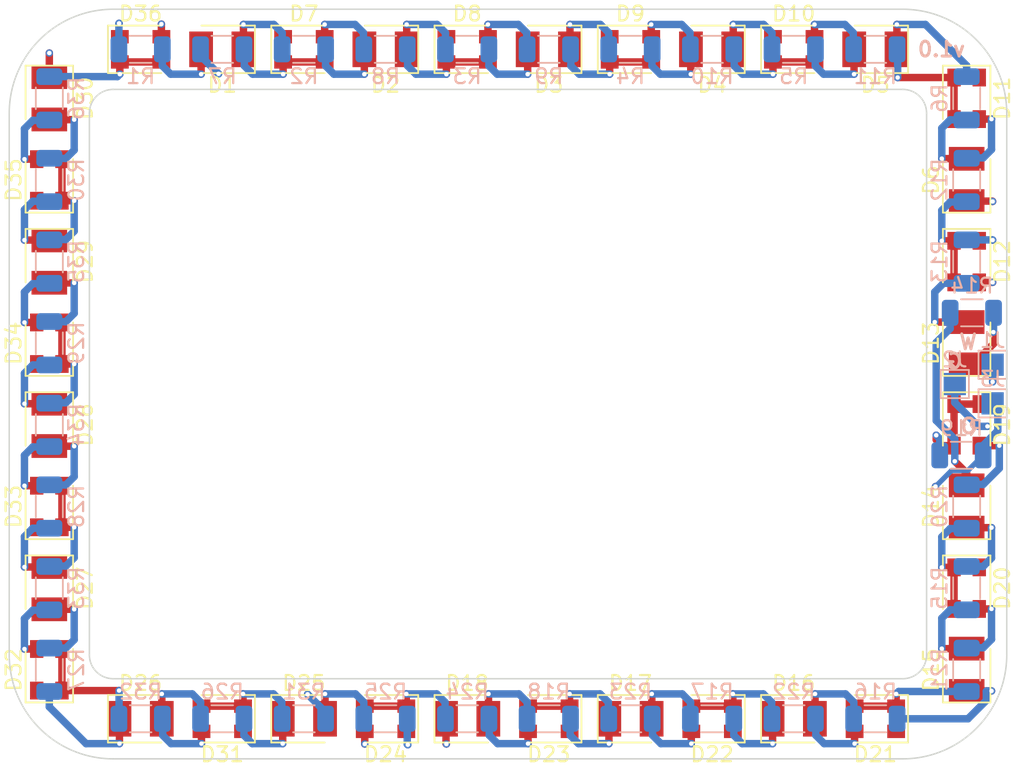
<source format=kicad_pcb>
(kicad_pcb (version 20221018) (generator pcbnew)
  (title_block (title "Combined DRL and turn indicator ring light") (date "2023-07-18") (rev "1.0") (company "xatLabs") (comment 1 "Julian Metzler"))
  (layers (0 "F.Cu" signal) (1 "In1.Cu" signal) (2 "In2.Cu" signal) (31 "B.Cu" signal) (34 "B.Paste" user) (35 "F.Paste" user) (36 "B.SilkS" user "B.Silkscreen") (37 "F.SilkS" user "F.Silkscreen") (38 "B.Mask" user) (39 "F.Mask" user) (44 "Edge.Cuts" user))
  (net 0 "")
  (net 1 "Net-(D1-K)")
  (net 2 "Net-(D1-A)")
  (net 3 "Net-(D2-K)")
  (net 4 "Net-(D2-A)")
  (net 5 "Net-(D3-A)")
  (net 6 "Net-(D4-K)")
  (net 7 "Net-(D4-A)")
  (net 8 "Net-(D5-K)")
  (net 9 "Net-(D5-A)")
  (net 10 "Net-(D6-A)")
  (net 11 "Net-(D7-K)")
  (net 12 "Net-(D7-A)")
  (net 13 "Net-(D8-K)")
  (net 14 "Net-(D8-A)")
  (net 15 "Net-(D9-A)")
  (net 16 "Net-(D10-K)")
  (net 17 "Net-(D10-A)")
  (net 18 "Net-(D11-K)")
  (net 19 "Net-(D11-A)")
  (net 20 "Net-(D12-A)")
  (net 21 "Net-(D13-K)")
  (net 22 "Net-(D13-A)")
  (net 23 "Net-(D14-K)")
  (net 24 "Net-(D14-A)")
  (net 25 "Net-(D15-A)")
  (net 26 "Net-(D16-K)")
  (net 27 "Net-(D16-A)")
  (net 28 "Net-(D17-K)")
  (net 29 "Net-(D17-A)")
  (net 30 "Net-(D18-A)")
  (net 31 "Net-(D19-K)")
  (net 32 "Net-(D19-A)")
  (net 33 "Net-(D20-K)")
  (net 34 "Net-(D20-A)")
  (net 35 "Net-(D21-A)")
  (net 36 "Net-(D22-K)")
  (net 37 "Net-(D22-A)")
  (net 38 "Net-(D23-K)")
  (net 39 "Net-(D23-A)")
  (net 40 "Net-(D24-A)")
  (net 41 "Net-(D25-K)")
  (net 42 "Net-(D25-A)")
  (net 43 "Net-(D26-K)")
  (net 44 "Net-(D26-A)")
  (net 45 "Net-(D27-A)")
  (net 46 "Net-(D28-K)")
  (net 47 "Net-(D28-A)")
  (net 48 "Net-(D29-K)")
  (net 49 "Net-(D29-A)")
  (net 50 "Net-(D30-A)")
  (net 51 "Net-(D31-K)")
  (net 52 "Net-(D31-A)")
  (net 53 "Net-(D32-K)")
  (net 54 "Net-(D32-A)")
  (net 55 "Net-(D33-A)")
  (net 56 "Net-(D34-K)")
  (net 57 "Net-(D34-A)")
  (net 58 "Net-(D35-K)")
  (net 59 "Net-(D35-A)")
  (net 60 "Net-(D36-A)")
  (net 61 "GND")
  (net 62 "VCCW")
  (net 63 "VCCO")
  (net 64 "Net-(D3-K)")
  (net 65 "Net-(D9-K)")
  (net 66 "Net-(D15-K)")
  (net 67 "Net-(D21-K)")
  (net 68 "Net-(D27-K)")
  (net 69 "Net-(D33-K)")
  (footprint "custom:LED_3528_4pin" (layer "F.Cu") (at 69.1 86.3 90)
    (fp_text reference "D35")
    (fp_text value "orange")
  )
  (footprint "custom:LED_3528_2pin" (layer "F.Cu") (at 69.1 80.8 -90)
    (fp_text reference "D30")
    (fp_text value "white")
  )
  (footprint "custom:LED_3528_4pin" (layer "F.Cu") (at 80.75 122.6 180)
    (fp_text reference "D31")
    (fp_text value "orange")
  )
  (footprint "custom:LED_3528_2pin" (layer "F.Cu") (at 80.75 77.5 180)
    (fp_text reference "D1")
    (fp_text value "white")
  )
  (footprint "custom:LED_3528_4pin" (layer "F.Cu") (at 69.1 108.3 90)
    (fp_text reference "D33")
    (fp_text value "orange")
  )
  (footprint "custom:LED_3528_4pin" (layer "F.Cu") (at 69.1 119.3 90)
    (fp_text reference "D32")
    (fp_text value "orange")
  )
  (footprint "custom:LED_3528_2pin" (layer "F.Cu") (at 124.75 77.5 180)
    (fp_text reference "D5")
    (fp_text value "white")
  )
  (footprint "custom:LED_3528_4pin" (layer "F.Cu") (at 69.1 97.3 90)
    (fp_text reference "D34")
    (fp_text value "orange")
  )
  (footprint "custom:LED_3528_2pin" (layer "F.Cu") (at 108.25 122.6)
    (fp_text reference "D17")
    (fp_text value "white")
  )
  (footprint "custom:LED_3528_4pin" (layer "F.Cu") (at 130.9 102.8 -90)
    (fp_text reference "D19")
    (fp_text value "orange")
  )
  (footprint "custom:LED_3528_4pin" (layer "F.Cu") (at 130.9 91.8 -90)
    (fp_text reference "D12")
    (fp_text value "orange")
  )
  (footprint "custom:LED_3528_4pin" (layer "F.Cu") (at 113.75 122.6 180)
    (fp_text reference "D22")
    (fp_text value "orange")
  )
  (footprint "custom:LED_3528_2pin" (layer "F.Cu") (at 69.1 113.8 -90)
    (fp_text reference "D27")
    (fp_text value "white")
  )
  (footprint "custom:LED_3528_2pin" (layer "F.Cu") (at 69.1 91.8 -90)
    (fp_text reference "D29")
    (fp_text value "white")
  )
  (footprint "custom:LED_3528_4pin" (layer "F.Cu") (at 130.9 113.8 -90)
    (fp_text reference "D20")
    (fp_text value "orange")
  )
  (footprint "custom:LED_3528_4pin" (layer "F.Cu") (at 91.75 122.6 180)
    (fp_text reference "D24")
    (fp_text value "orange")
  )
  (footprint "custom:LED_3528_2pin" (layer "F.Cu") (at 91.75 77.5 180)
    (fp_text reference "D2")
    (fp_text value "white")
  )
  (footprint "custom:LED_3528_2pin" (layer "F.Cu") (at 69.1 102.8 -90)
    (fp_text reference "D28")
    (fp_text value "white")
  )
  (footprint "custom:LED_3528_4pin" (layer "F.Cu") (at 130.9 80.8 -90)
    (fp_text reference "D11")
    (fp_text value "orange")
  )
  (footprint "custom:LED_3528_4pin" (layer "F.Cu") (at 102.75 122.6 180)
    (fp_text reference "D23")
    (fp_text value "orange")
  )
  (footprint "custom:LED_3528_4pin" (layer "F.Cu") (at 75.25 77.5)
    (fp_text reference "D36")
    (fp_text value "orange")
  )
  (footprint "custom:LED_3528_2pin" (layer "F.Cu") (at 130.9 119.3 90)
    (fp_text reference "D15")
    (fp_text value "white")
  )
  (footprint "custom:LED_3528_2pin" (layer "F.Cu") (at 130.9 97.3 90)
    (fp_text reference "D13")
    (fp_text value "white")
  )
  (footprint "custom:LED_3528_2pin" (layer "F.Cu") (at 130.9 108.3 90)
    (fp_text reference "D14")
    (fp_text value "white")
  )
  (footprint "custom:LED_3528_4pin" (layer "F.Cu") (at 108.25 77.5)
    (fp_text reference "D9")
    (fp_text value "orange")
  )
  (footprint "custom:LED_3528_2pin" (layer "F.Cu") (at 113.75 77.5 180)
    (fp_text reference "D4")
    (fp_text value "white")
  )
  (footprint "custom:LED_3528_2pin" (layer "F.Cu") (at 119.25 122.6)
    (fp_text reference "D16")
    (fp_text value "white")
  )
  (footprint "custom:LED_3528_2pin" (layer "F.Cu") (at 130.9 86.3 90)
    (fp_text reference "D6")
    (fp_text value "white")
  )
  (footprint "custom:LED_3528_2pin" (layer "F.Cu") (at 97.25 122.6)
    (fp_text reference "D18")
    (fp_text value "white")
  )
  (footprint "custom:LED_3528_2pin" (layer "F.Cu") (at 75.25 122.6)
    (fp_text reference "D26")
    (fp_text value "white")
  )
  (footprint "custom:LED_3528_4pin" (layer "F.Cu") (at 86.25 77.5)
    (fp_text reference "D7")
    (fp_text value "orange")
  )
  (footprint "custom:LED_3528_2pin" (layer "F.Cu") (at 86.25 122.6)
    (fp_text reference "D25")
    (fp_text value "white")
  )
  (footprint "custom:LED_3528_2pin" (layer "F.Cu") (at 102.75 77.5 180)
    (fp_text reference "D3")
    (fp_text value "white")
  )
  (footprint "custom:LED_3528_4pin" (layer "F.Cu") (at 119.25 77.5)
    (fp_text reference "D10")
    (fp_text value "orange")
  )
  (footprint "custom:LED_3528_4pin" (layer "F.Cu") (at 97.25 77.5)
    (fp_text reference "D8")
    (fp_text value "orange")
  )
  (footprint "custom:LED_3528_4pin" (layer "F.Cu") (at 124.75 122.6 180)
    (fp_text reference "D21")
    (fp_text value "orange")
  )
  (footprint "Resistor_SMD:R_1206_3216Metric" (layer "B.Cu") (at 102.75 77.5)
    (fp_text reference "R9")
    (fp_text value "27R")
  )
  (footprint "Resistor_SMD:R_1206_3216Metric" (layer "B.Cu") (at 108.25 77.5)
    (fp_text reference "R4")
    (fp_text value "47R")
  )
  (footprint "Resistor_SMD:R_1206_3216Metric" (layer "B.Cu") (at 97.25 77.5)
    (fp_text reference "R3")
    (fp_text value "47R")
  )
  (footprint "Resistor_SMD:R_1206_3216Metric" (layer "B.Cu") (at 130.9 91.8 -90)
    (fp_text reference "R13")
    (fp_text value "47R")
  )
  (footprint "Resistor_SMD:R_1206_3216Metric" (layer "B.Cu") (at 130.9 80.8 -90)
    (fp_text reference "R6")
    (fp_text value "47R")
  )
  (footprint "TestPoint:TestPoint_Pad_1.5x1.5mm" (layer "B.Cu") (at 130.1 100.05 180)
    (fp_text reference "J2")
    (fp_text value "GND")
  )
  (footprint "Resistor_SMD:R_1206_3216Metric" (layer "B.Cu") (at 69.1 86.3 90)
    (fp_text reference "R30")
    (fp_text value "47R")
  )
  (footprint "Resistor_SMD:R_1206_3216Metric" (layer "B.Cu") (at 86.25 77.5)
    (fp_text reference "R2")
    (fp_text value "47R")
  )
  (footprint "Resistor_SMD:R_1206_3216Metric" (layer "B.Cu") (at 69.1 102.8 90)
    (fp_text reference "R34")
    (fp_text value "27R")
  )
  (footprint "Resistor_SMD:R_1206_3216Metric" (layer "B.Cu") (at 119.25 77.5)
    (fp_text reference "R5")
    (fp_text value "47R")
  )
  (footprint "Resistor_SMD:R_1206_3216Metric" (layer "B.Cu") (at 97.25 122.6 180)
    (fp_text reference "R24")
    (fp_text value "27R")
  )
  (footprint "Resistor_SMD:R_1206_3216Metric" (layer "B.Cu") (at 80.75 122.6 180)
    (fp_text reference "R26")
    (fp_text value "47R")
  )
  (footprint "Resistor_SMD:R_1206_3216Metric" (layer "B.Cu") (at 124.75 77.5)
    (fp_text reference "R11")
    (fp_text value "27R")
  )
  (footprint "Resistor_SMD:R_1206_3216Metric" (layer "B.Cu") (at 131.25 95.25 180)
    (fp_text reference "R14")
    (fp_text value "47R")
  )
  (footprint "Resistor_SMD:R_1206_3216Metric" (layer "B.Cu") (at 69.1 119.3 90)
    (fp_text reference "R27")
    (fp_text value "47R")
  )
  (footprint "Resistor_SMD:R_1206_3216Metric" (layer "B.Cu") (at 102.75 122.6 180)
    (fp_text reference "R18")
    (fp_text value "47R")
  )
  (footprint "Resistor_SMD:R_1206_3216Metric" (layer "B.Cu") (at 69.1 91.8 90)
    (fp_text reference "R35")
    (fp_text value "27R")
  )
  (footprint "Resistor_SMD:R_1206_3216Metric" (layer "B.Cu") (at 130.9 113.8 -90)
    (fp_text reference "R15")
    (fp_text value "47R")
  )
  (footprint "Resistor_SMD:R_1206_3216Metric" (layer "B.Cu") (at 130.9 86.3 -90)
    (fp_text reference "R12")
    (fp_text value "27R")
  )
  (footprint "TestPoint:TestPoint_Pad_1.5x1.5mm" (layer "B.Cu") (at 132.65 98.75 180)
    (fp_text reference "J1")
    (fp_text value "VCCW")
  )
  (footprint "Resistor_SMD:R_1206_3216Metric" (layer "B.Cu") (at 130.9 108.3 -90)
    (fp_text reference "R20")
    (fp_text value "27R")
  )
  (footprint "Resistor_SMD:R_1206_3216Metric" (layer "B.Cu") (at 91.75 122.6 180)
    (fp_text reference "R25")
    (fp_text value "47R")
  )
  (footprint "Resistor_SMD:R_1206_3216Metric" (layer "B.Cu") (at 108.25 122.6 180)
    (fp_text reference "R23")
    (fp_text value "27R")
  )
  (footprint "TestPoint:TestPoint_Pad_1.5x1.5mm" (layer "B.Cu") (at 132.65 101.35 180)
    (fp_text reference "J3")
    (fp_text value "VCCO")
  )
  (footprint "Resistor_SMD:R_1206_3216Metric" (layer "B.Cu") (at 130.9 119.3 -90)
    (fp_text reference "R21")
    (fp_text value "27R")
  )
  (footprint "Resistor_SMD:R_1206_3216Metric" (layer "B.Cu") (at 69.1 80.8 90)
    (fp_text reference "R36")
    (fp_text value "27R")
  )
  (footprint "Resistor_SMD:R_1206_3216Metric" (layer "B.Cu") (at 80.75 77.5)
    (fp_text reference "R7")
    (fp_text value "27R")
  )
  (footprint "Resistor_SMD:R_1206_3216Metric" (layer "B.Cu") (at 91.75 77.5)
    (fp_text reference "R8")
    (fp_text value "27R")
  )
  (footprint "Resistor_SMD:R_1206_3216Metric" (layer "B.Cu") (at 75.25 77.5)
    (fp_text reference "R1")
    (fp_text value "47R")
  )
  (footprint "Resistor_SMD:R_1206_3216Metric" (layer "B.Cu") (at 75.25 122.6 180)
    (fp_text reference "R32")
    (fp_text value "27R")
  )
  (footprint "Resistor_SMD:R_1206_3216Metric" (layer "B.Cu") (at 124.75 122.6 180)
    (fp_text reference "R16")
    (fp_text value "47R")
  )
  (footprint "Resistor_SMD:R_1206_3216Metric" (layer "B.Cu") (at 119.25 122.6 180)
    (fp_text reference "R22")
    (fp_text value "27R")
  )
  (footprint "Resistor_SMD:R_1206_3216Metric" (layer "B.Cu") (at 69.1 97.3 90)
    (fp_text reference "R29")
    (fp_text value "47R")
  )
  (footprint "Resistor_SMD:R_1206_3216Metric" (layer "B.Cu") (at 113.75 122.6 180)
    (fp_text reference "R17")
    (fp_text value "47R")
  )
  (footprint "Resistor_SMD:R_1206_3216Metric" (layer "B.Cu") (at 86.25 122.6 180)
    (fp_text reference "R31")
    (fp_text value "27R")
  )
  (footprint "Resistor_SMD:R_1206_3216Metric" (layer "B.Cu") (at 69.1 113.8 90)
    (fp_text reference "R33")
    (fp_text value "27R")
  )
  (footprint "Resistor_SMD:R_1206_3216Metric" (layer "B.Cu") (at 69.1 108.3 90)
    (fp_text reference "R28")
    (fp_text value "47R")
  )
  (footprint "Resistor_SMD:R_1206_3216Metric" (layer "B.Cu") (at 113.75 77.5)
    (fp_text reference "R10")
    (fp_text value "27R")
  )
  (footprint "Resistor_SMD:R_1206_3216Metric" (layer "B.Cu") (at 130.55 104.85 180)
    (fp_text reference "R19")
    (fp_text value "27R")
  )
  (gr_arc (start 133.6 118.3) (mid 131.549747 123.249747) (end 126.6 125.3) (stroke (width 0.1)) (layer "Edge.Cuts"))
  (gr_line (start 133.6 81.8) (end 133.6 118.3) (stroke (width 0.1)) (layer "Edge.Cuts"))
  (gr_arc (start 126.6 80.2) (mid 127.731371 80.668629) (end 128.2 81.8) (stroke (width 0.1)) (layer "Edge.Cuts"))
  (gr_arc (start 128.2 118.3) (mid 127.731371 119.431371) (end 126.6 119.9) (stroke (width 0.1)) (layer "Edge.Cuts"))
  (gr_arc (start 73.4 125.3) (mid 68.450253 123.249747) (end 66.4 118.3) (stroke (width 0.1)) (layer "Edge.Cuts"))
  (gr_arc (start 126.6 74.8) (mid 131.549747 76.850253) (end 133.6 81.8) (stroke (width 0.1)) (layer "Edge.Cuts"))
  (gr_line (start 126.6 125.3) (end 73.4 125.3) (stroke (width 0.1)) (layer "Edge.Cuts"))
  (gr_line (start 73.4 80.2) (end 126.6 80.2) (stroke (width 0.1)) (layer "Edge.Cuts"))
  (gr_line (start 128.2 81.8) (end 128.2 118.3) (stroke (width 0.1)) (layer "Edge.Cuts"))
  (gr_arc (start 66.4 81.8) (mid 68.450253 76.850253) (end 73.4 74.8) (stroke (width 0.1)) (layer "Edge.Cuts"))
  (gr_line (start 126.6 119.9) (end 73.4 119.9) (stroke (width 0.1)) (layer "Edge.Cuts"))
  (gr_line (start 71.8 118.3) (end 71.8 81.8) (stroke (width 0.1)) (layer "Edge.Cuts"))
  (gr_arc (start 71.8 81.8) (mid 72.268629 80.668629) (end 73.4 80.2) (stroke (width 0.1)) (layer "Edge.Cuts"))
  (gr_arc (start 73.4 119.9) (mid 72.268629 119.431371) (end 71.8 118.3) (stroke (width 0.1)) (layer "Edge.Cuts"))
  (gr_line (start 73.4 74.8) (end 126.6 74.8) (stroke (width 0.1)) (layer "Edge.Cuts"))
  (gr_line (start 66.4 118.3) (end 66.4 81.8) (stroke (width 0.1)) (layer "Edge.Cuts"))
  (gr_text "O" (at 131.7 102.3) (layer "B.SilkS") (effects (font (size 1 1) (thickness 0.2) bold) (justify left top mirror)))
  (gr_text "W" (at 131.7 97.8) (layer "B.SilkS") (effects (font (size 1 1) (thickness 0.2) bold) (justify left bottom mirror)))
  (gr_text "v1.0" (at 129.2 77.5) (layer "B.SilkS") (effects (font (size 1 1) (thickness 0.2) bold) (justify mirror)))
  (gr_text "G" (at 130.1 99.1) (layer "B.SilkS") (effects (font (size 1 1) (thickness 0.2) bold) (justify bottom mirror)))
  (segment (start 82.1775 77.5) (end 82.1775 75.825) (width 0.5) (layer "F.Cu") (net 1))
  (via (at 82.1775 75.825) (size 0.5) (drill 0.3) (layers "F.Cu" "B.Cu") (net 1))
  (segment (start 84.2275 75.825) (end 84.79 76.3875) (width 0.5) (layer "B.Cu") (net 1))
  (segment (start 84.79 76.3875) (end 84.79 77.5) (width 0.5) (layer "B.Cu") (net 1))
  (segment (start 84.2275 75.825) (end 82.1775 75.825) (width 0.5) (layer "B.Cu") (net 1))
  (segment (start 79.325 77.5) (end 79.325 79.175) (width 0.5) (layer "F.Cu") (net 2))
  (via (at 79.325 79.175) (size 0.5) (drill 0.3) (layers "F.Cu" "B.Cu") (net 2))
  (segment (start 77.275 79.175) (end 76.7125 78.6125) (width 0.5) (layer "B.Cu") (net 2))
  (segment (start 76.7125 78.6125) (end 76.7125 77.5) (width 0.5) (layer "B.Cu") (net 2))
  (segment (start 77.275 79.175) (end 79.325 79.175) (width 0.5) (layer "B.Cu") (net 2))
  (segment (start 93.175 77.5) (end 93.175 75.825) (width 0.5) (layer "F.Cu") (net 3))
  (via (at 93.175 75.825) (size 0.5) (drill 0.3) (layers "F.Cu" "B.Cu") (net 3))
  (segment (start 95.225 75.825) (end 95.7875 76.3875) (width 0.5) (layer "B.Cu") (net 3))
  (segment (start 95.225 75.825) (end 93.175 75.825) (width 0.5) (layer "B.Cu") (net 3))
  (segment (start 95.7875 76.3875) (end 95.7875 77.5) (width 0.5) (layer "B.Cu") (net 3))
  (segment (start 90.3225 77.5) (end 90.3225 79.175) (width 0.5) (layer "F.Cu") (net 4))
  (via (at 90.3225 79.175) (size 0.5) (drill 0.3) (layers "F.Cu" "B.Cu") (net 4))
  (segment (start 87.71 78.6125) (end 87.71 77.5) (width 0.5) (layer "B.Cu") (net 4))
  (segment (start 88.2725 79.175) (end 90.3225 79.175) (width 0.5) (layer "B.Cu") (net 4))
  (segment (start 88.2725 79.175) (end 87.71 78.6125) (width 0.5) (layer "B.Cu") (net 4))
  (segment (start 101.325 77.5) (end 101.325 79.175) (width 0.5) (layer "F.Cu") (net 5))
  (via (at 101.325 79.175) (size 0.5) (drill 0.3) (layers "F.Cu" "B.Cu") (net 5))
  (segment (start 98.7125 78.6125) (end 98.7125 77.5) (width 0.5) (layer "B.Cu") (net 5))
  (segment (start 99.275 79.175) (end 98.7125 78.6125) (width 0.5) (layer "B.Cu") (net 5))
  (segment (start 99.275 79.175) (end 101.325 79.175) (width 0.5) (layer "B.Cu") (net 5))
  (segment (start 115.175 77.5) (end 115.175 75.825) (width 0.5) (layer "F.Cu") (net 6))
  (via (at 115.175 75.825) (size 0.5) (drill 0.3) (layers "F.Cu" "B.Cu") (net 6))
  (segment (start 117.225 75.825) (end 115.175 75.825) (width 0.5) (layer "B.Cu") (net 6))
  (segment (start 117.7875 76.3875) (end 117.7875 77.5) (width 0.5) (layer "B.Cu") (net 6))
  (segment (start 117.225 75.825) (end 117.7875 76.3875) (width 0.5) (layer "B.Cu") (net 6))
  (segment (start 112.3125 77.5) (end 112.3125 79.175) (width 0.5) (layer "F.Cu") (net 7))
  (via (at 112.3125 79.175) (size 0.5) (drill 0.3) (layers "F.Cu" "B.Cu") (net 7))
  (segment (start 110.2625 79.175) (end 112.3125 79.175) (width 0.5) (layer "B.Cu") (net 7))
  (segment (start 110.2625 79.175) (end 109.7 78.6125) (width 0.5) (layer "B.Cu") (net 7))
  (segment (start 109.7 78.6125) (end 109.7 77.5) (width 0.5) (layer "B.Cu") (net 7))
  (segment (start 126.2 77.5) (end 126.2 75.825) (width 0.5) (layer "F.Cu") (net 8))
  (via (at 126.2 75.825) (size 0.5) (drill 0.3) (layers "F.Cu" "B.Cu") (net 8))
  (segment (start 128.125 75.825) (end 130.9 78.6) (width 0.5) (layer "B.Cu") (net 8))
  (segment (start 126.2 75.825) (end 128.125 75.825) (width 0.5) (layer "B.Cu") (net 8))
  (segment (start 130.9 78.6) (end 130.9 79.3375) (width 0.5) (layer "B.Cu") (net 8))
  (segment (start 123.3125 77.5) (end 123.3125 79.175) (width 0.5) (layer "F.Cu") (net 9))
  (via (at 123.3125 79.175) (size 0.5) (drill 0.3) (layers "F.Cu" "B.Cu") (net 9))
  (segment (start 121.2625 79.175) (end 120.7 78.6125) (width 0.5) (layer "B.Cu") (net 9))
  (segment (start 121.2625 79.175) (end 123.3125 79.175) (width 0.5) (layer "B.Cu") (net 9))
  (segment (start 120.7 78.6125) (end 120.7 77.5) (width 0.5) (layer "B.Cu") (net 9))
  (segment (start 130.9 84.8625) (end 129.225 84.8625) (width 0.5) (layer "F.Cu") (net 10))
  (via (at 129.225 84.8625) (size 0.5) (drill 0.3) (layers "F.Cu" "B.Cu") (net 10))
  (segment (start 129.225 82.8125) (end 129.7875 82.25) (width 0.5) (layer "B.Cu") (net 10))
  (segment (start 129.225 82.8125) (end 129.225 84.8625) (width 0.5) (layer "B.Cu") (net 10))
  (segment (start 129.7875 82.25) (end 130.9 82.25) (width 0.5) (layer "B.Cu") (net 10))
  (segment (start 87.65 76.65) (end 87.65 75.825) (width 0.5) (layer "F.Cu") (net 11))
  (via (at 87.65 75.825) (size 0.5) (drill 0.3) (layers "F.Cu" "B.Cu") (net 11))
  (segment (start 89.7 75.825) (end 90.2625 76.3875) (width 0.5) (layer "B.Cu") (net 11))
  (segment (start 89.7 75.825) (end 87.65 75.825) (width 0.5) (layer "B.Cu") (net 11))
  (segment (start 90.2625 76.3875) (end 90.2625 77.5) (width 0.5) (layer "B.Cu") (net 11))
  (segment (start 84.85 78.35) (end 84.85 79.175) (width 0.5) (layer "F.Cu") (net 12))
  (segment (start 84.85 76.65) (end 84.85 78.35) (width 0.5) (layer "F.Cu") (net 12))
  (segment (start 87.65 78.35) (end 84.85 78.35) (width 0.5) (layer "F.Cu") (net 12))
  (via (at 84.85 79.175) (size 0.5) (drill 0.3) (layers "F.Cu" "B.Cu") (net 12))
  (segment (start 82.8 79.175) (end 84.85 79.175) (width 0.5) (layer "B.Cu") (net 12))
  (segment (start 82.8 79.175) (end 82.2375 78.6125) (width 0.5) (layer "B.Cu") (net 12))
  (segment (start 82.2375 78.6125) (end 82.2375 77.5) (width 0.5) (layer "B.Cu") (net 12))
  (segment (start 98.65 76.65) (end 98.65 75.825) (width 0.5) (layer "F.Cu") (net 13))
  (via (at 98.65 75.825) (size 0.5) (drill 0.3) (layers "F.Cu" "B.Cu") (net 13))
  (segment (start 101.2625 76.3875) (end 101.2625 77.5) (width 0.5) (layer "B.Cu") (net 13))
  (segment (start 100.7 75.825) (end 98.65 75.825) (width 0.5) (layer "B.Cu") (net 13))
  (segment (start 100.7 75.825) (end 101.2625 76.3875) (width 0.5) (layer "B.Cu") (net 13))
  (segment (start 98.65 78.35) (end 95.85 78.35) (width 0.5) (layer "F.Cu") (net 14))
  (segment (start 95.85 76.65) (end 95.85 78.35) (width 0.5) (layer "F.Cu") (net 14))
  (segment (start 95.85 78.35) (end 95.85 79.175) (width 0.5) (layer "F.Cu") (net 14))
  (via (at 95.85 79.175) (size 0.5) (drill 0.3) (layers "F.Cu" "B.Cu") (net 14))
  (segment (start 93.8 79.175) (end 95.85 79.175) (width 0.5) (layer "B.Cu") (net 14))
  (segment (start 93.2375 78.6125) (end 93.2375 77.5) (width 0.5) (layer "B.Cu") (net 14))
  (segment (start 93.8 79.175) (end 93.2375 78.6125) (width 0.5) (layer "B.Cu") (net 14))
  (segment (start 106.85 78.35) (end 106.85 79.175) (width 0.5) (layer "F.Cu") (net 15))
  (segment (start 106.85 76.65) (end 106.85 78.35) (width 0.5) (layer "F.Cu") (net 15))
  (segment (start 109.65 78.35) (end 106.85 78.35) (width 0.5) (layer "F.Cu") (net 15))
  (via (at 106.85 79.175) (size 0.5) (drill 0.3) (layers "F.Cu" "B.Cu") (net 15))
  (segment (start 104.8 79.175) (end 106.85 79.175) (width 0.5) (layer "B.Cu") (net 15))
  (segment (start 104.8 79.175) (end 104.2375 78.6125) (width 0.5) (layer "B.Cu") (net 15))
  (segment (start 104.2375 78.6125) (end 104.2375 77.5) (width 0.5) (layer "B.Cu") (net 15))
  (segment (start 120.65 76.65) (end 120.65 75.825) (width 0.5) (layer "F.Cu") (net 16))
  (via (at 120.65 75.825) (size 0.5) (drill 0.3) (layers "F.Cu" "B.Cu") (net 16))
  (segment (start 122.7 75.825) (end 120.65 75.825) (width 0.5) (layer "B.Cu") (net 16))
  (segment (start 123.2625 76.3875) (end 123.2625 77.5) (width 0.5) (layer "B.Cu") (net 16))
  (segment (start 122.7 75.825) (end 123.2625 76.3875) (width 0.5) (layer "B.Cu") (net 16))
  (segment (start 117.85 78.35) (end 117.85 79.175) (width 0.5) (layer "F.Cu") (net 17))
  (segment (start 117.85 76.65) (end 117.85 78.35) (width 0.5) (layer "F.Cu") (net 17))
  (segment (start 120.65 78.35) (end 117.85 78.35) (width 0.5) (layer "F.Cu") (net 17))
  (via (at 117.85 79.175) (size 0.5) (drill 0.3) (layers "F.Cu" "B.Cu") (net 17))
  (segment (start 115.8 79.175) (end 117.85 79.175) (width 0.5) (layer "B.Cu") (net 17))
  (segment (start 115.2375 78.6125) (end 115.2375 77.5) (width 0.5) (layer "B.Cu") (net 17))
  (segment (start 115.8 79.175) (end 115.2375 78.6125) (width 0.5) (layer "B.Cu") (net 17))
  (segment (start 131.75 82.2) (end 132.575 82.2) (width 0.5) (layer "F.Cu") (net 18))
  (via (at 132.575 82.2) (size 0.5) (drill 0.3) (layers "F.Cu" "B.Cu") (net 18))
  (segment (start 132.575 84.25) (end 132.575 82.2) (width 0.5) (layer "B.Cu") (net 18))
  (segment (start 132.575 84.25) (end 132.0125 84.8125) (width 0.5) (layer "B.Cu") (net 18))
  (segment (start 132.0125 84.8125) (end 130.9 84.8125) (width 0.5) (layer "B.Cu") (net 18))
  (segment (start 130.05 82.2) (end 130.05 79.4) (width 0.5) (layer "F.Cu") (net 19))
  (segment (start 131.75 79.4) (end 130.05 79.4) (width 0.5) (layer "F.Cu") (net 19))
  (segment (start 130.05 79.4) (end 126.25 79.4) (width 0.5) (layer "F.Cu") (net 19))
  (via (at 126.25 79.4) (size 0.5) (drill 0.3) (layers "F.Cu" "B.Cu") (net 19))
  (segment (start 126.25 77.5375) (end 126.2125 77.5) (width 0.5) (layer "B.Cu") (net 19))
  (segment (start 126.25 79.4) (end 126.25 77.5375) (width 0.5) (layer "B.Cu") (net 19))
  (segment (start 130.05 90.4) (end 129.225 90.4) (width 0.5) (layer "F.Cu") (net 20))
  (segment (start 130.05 93.2) (end 130.05 90.4) (width 0.5) (layer "F.Cu") (net 20))
  (segment (start 131.75 90.4) (end 130.05 90.4) (width 0.5) (layer "F.Cu") (net 20))
  (via (at 129.225 90.4) (size 0.5) (drill 0.3) (layers "F.Cu" "B.Cu") (net 20))
  (segment (start 129.225 88.35) (end 129.7875 87.7875) (width 0.5) (layer "B.Cu") (net 20))
  (segment (start 129.225 88.35) (end 129.225 90.4) (width 0.5) (layer "B.Cu") (net 20))
  (segment (start 129.7875 87.7875) (end 130.9 87.7875) (width 0.5) (layer "B.Cu") (net 20))
  (segment (start 132.7 97.35) (end 131.325 98.725) (width 0.5) (layer "F.Cu") (net 21))
  (segment (start 131.325 98.725) (end 130.9 98.725) (width 0.5) (layer "F.Cu") (net 21))
  (segment (start 132.7 96.55) (end 132.7 97.35) (width 0.5) (layer "F.Cu") (net 21))
  (via (at 132.7 96.55) (size 0.5) (drill 0.3) (layers "F.Cu" "B.Cu") (net 21))
  (segment (start 132.7125 95.25) (end 132.7125 96.5375) (width 0.5) (layer "B.Cu") (net 21))
  (segment (start 132.7125 96.5375) (end 132.7 96.55) (width 0.5) (layer "B.Cu") (net 21))
  (segment (start 130.9 95.875) (end 128.75 95.875) (width 0.5) (layer "F.Cu") (net 22))
  (via (at 128.75 95.875) (size 0.5) (drill 0.3) (layers "F.Cu" "B.Cu") (net 22))
  (segment (start 128.75 93.85) (end 129.3375 93.2625) (width 0.5) (layer "B.Cu") (net 22))
  (segment (start 129.3375 93.2625) (end 130.9 93.2625) (width 0.5) (layer "B.Cu") (net 22))
  (segment (start 128.75 95.875) (end 128.75 93.85) (width 0.5) (layer "B.Cu") (net 22))
  (segment (start 130.9 109.725) (end 132.575 109.725) (width 0.5) (layer "F.Cu") (net 23))
  (via (at 132.575 109.725) (size 0.5) (drill 0.3) (layers "F.Cu" "B.Cu") (net 23))
  (segment (start 132.575 111.775) (end 132.0125 112.3375) (width 0.5) (layer "B.Cu") (net 23))
  (segment (start 132.575 111.775) (end 132.575 109.725) (width 0.5) (layer "B.Cu") (net 23))
  (segment (start 132.0125 112.3375) (end 130.9 112.3375) (width 0.5) (layer "B.Cu") (net 23))
  (segment (start 130.1 105.249502) (end 130.9 106.049502) (width 0.5) (layer "F.Cu") (net 24))
  (segment (start 130.9 106.049502) (end 130.9 106.875) (width 0.5) (layer "F.Cu") (net 24))
  (via (at 130.1 105.249502) (size 0.5) (drill 0.3) (layers "F.Cu" "B.Cu") (net 24))
  (segment (start 130.1 105.249502) (end 130.1 103.76005) (width 0.5) (layer "B.Cu") (net 24))
  (segment (start 128.85 102.51005) (end 128.85 97.25) (width 0.5) (layer "B.Cu") (net 24))
  (segment (start 129.7875 96.3125) (end 129.7875 95.25) (width 0.5) (layer "B.Cu") (net 24))
  (segment (start 128.85 97.25) (end 129.7875 96.3125) (width 0.5) (layer "B.Cu") (net 24))
  (segment (start 130.1 103.76005) (end 128.85 102.51005) (width 0.5) (layer "B.Cu") (net 24))
  (segment (start 130.9 117.875) (end 129.225 117.875) (width 0.5) (layer "F.Cu") (net 25))
  (via (at 129.225 117.875) (size 0.5) (drill 0.3) (layers "F.Cu" "B.Cu") (net 25))
  (segment (start 129.7875 115.2625) (end 130.9 115.2625) (width 0.5) (layer "B.Cu") (net 25))
  (segment (start 129.225 115.825) (end 129.7875 115.2625) (width 0.5) (layer "B.Cu") (net 25))
  (segment (start 129.225 115.825) (end 129.225 117.875) (width 0.5) (layer "B.Cu") (net 25))
  (segment (start 117.825 122.6) (end 117.825 124.275) (width 0.5) (layer "F.Cu") (net 26))
  (via (at 117.825 124.275) (size 0.5) (drill 0.3) (layers "F.Cu" "B.Cu") (net 26))
  (segment (start 115.775 124.275) (end 117.825 124.275) (width 0.5) (layer "B.Cu") (net 26))
  (segment (start 115.2125 123.7125) (end 115.2125 122.6) (width 0.5) (layer "B.Cu") (net 26))
  (segment (start 115.775 124.275) (end 115.2125 123.7125) (width 0.5) (layer "B.Cu") (net 26))
  (segment (start 120.6875 122.6) (end 120.6875 120.925) (width 0.5) (layer "F.Cu") (net 27))
  (via (at 120.6875 120.925) (size 0.5) (drill 0.3) (layers "F.Cu" "B.Cu") (net 27))
  (segment (start 122.7375 120.925) (end 120.6875 120.925) (width 0.5) (layer "B.Cu") (net 27))
  (segment (start 122.7375 120.925) (end 123.3 121.4875) (width 0.5) (layer "B.Cu") (net 27))
  (segment (start 123.3 121.4875) (end 123.3 122.6) (width 0.5) (layer "B.Cu") (net 27))
  (segment (start 106.8 122.6) (end 106.8 124.275) (width 0.5) (layer "F.Cu") (net 28))
  (via (at 106.8 124.275) (size 0.5) (drill 0.3) (layers "F.Cu" "B.Cu") (net 28))
  (segment (start 104.75 124.275) (end 106.8 124.275) (width 0.5) (layer "B.Cu") (net 28))
  (segment (start 104.1875 123.7125) (end 104.1875 122.6) (width 0.5) (layer "B.Cu") (net 28))
  (segment (start 104.75 124.275) (end 104.1875 123.7125) (width 0.5) (layer "B.Cu") (net 28))
  (segment (start 109.6875 122.6) (end 109.6875 120.925) (width 0.5) (layer "F.Cu") (net 29))
  (via (at 109.6875 120.925) (size 0.5) (drill 0.3) (layers "F.Cu" "B.Cu") (net 29))
  (segment (start 111.7375 120.925) (end 112.3 121.4875) (width 0.5) (layer "B.Cu") (net 29))
  (segment (start 111.7375 120.925) (end 109.6875 120.925) (width 0.5) (layer "B.Cu") (net 29))
  (segment (start 112.3 121.4875) (end 112.3 122.6) (width 0.5) (layer "B.Cu") (net 29))
  (segment (start 98.6875 122.6) (end 98.6875 120.925) (width 0.5) (layer "F.Cu") (net 30))
  (via (at 98.6875 120.925) (size 0.5) (drill 0.3) (layers "F.Cu" "B.Cu") (net 30))
  (segment (start 100.7375 120.925) (end 101.3 121.4875) (width 0.5) (layer "B.Cu") (net 30))
  (segment (start 100.7375 120.925) (end 98.6875 120.925) (width 0.5) (layer "B.Cu") (net 30))
  (segment (start 101.3 121.4875) (end 101.3 122.6) (width 0.5) (layer "B.Cu") (net 30))
  (segment (start 131.75 104.2) (end 133.1 104.2) (width 0.5) (layer "F.Cu") (net 31))
  (via (at 133.1 104.2) (size 0.5) (drill 0.3) (layers "F.Cu" "B.Cu") (net 31))
  (segment (start 133.1 105.725) (end 132.0125 106.8125) (width 0.5) (layer "B.Cu") (net 31))
  (segment (start 132.0125 106.8125) (end 130.9 106.8125) (width 0.5) (layer "B.Cu") (net 31))
  (segment (start 133.1 104.2) (end 133.1 105.725) (width 0.5) (layer "B.Cu") (net 31))
  (segment (start 129.25 104.2) (end 128.85 103.8) (width 0.5) (layer "F.Cu") (net 32))
  (segment (start 128.85 103.8) (end 128.85 103.5) (width 0.5) (layer "F.Cu") (net 32))
  (segment (start 130.05 104.2) (end 129.25 104.2) (width 0.5) (layer "F.Cu") (net 32))
  (segment (start 131.75 101.4) (end 130.05 101.4) (width 0.5) (layer "F.Cu") (net 32))
  (segment (start 130.05 104.2) (end 130.05 101.4) (width 0.5) (layer "F.Cu") (net 32))
  (via (at 128.85 103.5) (size 0.5) (drill 0.3) (layers "F.Cu" "B.Cu") (net 32))
  (segment (start 129.0875 104.85) (end 129.0875 103.7375) (width 0.5) (layer "B.Cu") (net 32))
  (segment (start 129.0875 103.7375) (end 128.85 103.5) (width 0.5) (layer "B.Cu") (net 32))
  (segment (start 131.75 115.2) (end 132.575 115.2) (width 0.5) (layer "F.Cu") (net 33))
  (via (at 132.575 115.2) (size 0.5) (drill 0.3) (layers "F.Cu" "B.Cu") (net 33))
  (segment (start 132.0125 117.8125) (end 130.9 117.8125) (width 0.5) (layer "B.Cu") (net 33))
  (segment (start 132.575 117.25) (end 132.575 115.2) (width 0.5) (layer "B.Cu") (net 33))
  (segment (start 132.575 117.25) (end 132.0125 117.8125) (width 0.5) (layer "B.Cu") (net 33))
  (segment (start 130.05 115.2) (end 130.05 112.4) (width 0.5) (layer "F.Cu") (net 34))
  (segment (start 131.75 112.4) (end 130.05 112.4) (width 0.5) (layer "F.Cu") (net 34))
  (segment (start 130.05 112.4) (end 129.225 112.4) (width 0.5) (layer "F.Cu") (net 34))
  (via (at 129.225 112.4) (size 0.5) (drill 0.3) (layers "F.Cu" "B.Cu") (net 34))
  (segment (start 129.225 110.35) (end 129.225 112.4) (width 0.5) (layer "B.Cu") (net 34))
  (segment (start 129.7875 109.7875) (end 130.9 109.7875) (width 0.5) (layer "B.Cu") (net 34))
  (segment (start 129.225 110.35) (end 129.7875 109.7875) (width 0.5) (layer "B.Cu") (net 34))
  (segment (start 126.15 121.75) (end 126.15 120.925) (width 0.5) (layer "F.Cu") (net 35))
  (segment (start 126.15 123.45) (end 126.15 121.75) (width 0.5) (layer "F.Cu") (net 35))
  (segment (start 123.35 121.75) (end 126.15 121.75) (width 0.5) (layer "F.Cu") (net 35))
  (via (at 126.15 120.925) (size 0.5) (drill 0.3) (layers "F.Cu" "B.Cu") (net 35))
  (segment (start 130.9 120.7625) (end 126.3125 120.7625) (width 0.5) (layer "B.Cu") (net 35))
  (segment (start 126.3125 120.7625) (end 126.15 120.925) (width 0.5) (layer "B.Cu") (net 35))
  (segment (start 112.35 123.45) (end 112.35 124.275) (width 0.5) (layer "F.Cu") (net 36))
  (via (at 112.35 124.275) (size 0.5) (drill 0.3) (layers "F.Cu" "B.Cu") (net 36))
  (segment (start 110.3 124.275) (end 112.35 124.275) (width 0.5) (layer "B.Cu") (net 36))
  (segment (start 109.7375 123.7125) (end 109.7375 122.6) (width 0.5) (layer "B.Cu") (net 36))
  (segment (start 110.3 124.275) (end 109.7375 123.7125) (width 0.5) (layer "B.Cu") (net 36))
  (segment (start 115.15 121.75) (end 115.15 120.925) (width 0.5) (layer "F.Cu") (net 37))
  (segment (start 115.15 123.45) (end 115.15 121.75) (width 0.5) (layer "F.Cu") (net 37))
  (segment (start 112.35 121.75) (end 115.15 121.75) (width 0.5) (layer "F.Cu") (net 37))
  (via (at 115.15 120.925) (size 0.5) (drill 0.3) (layers "F.Cu" "B.Cu") (net 37))
  (segment (start 117.2 120.925) (end 115.15 120.925) (width 0.5) (layer "B.Cu") (net 37))
  (segment (start 117.7625 121.4875) (end 117.7625 122.6) (width 0.5) (layer "B.Cu") (net 37))
  (segment (start 117.2 120.925) (end 117.7625 121.4875) (width 0.5) (layer "B.Cu") (net 37))
  (segment (start 101.35 123.45) (end 101.35 124.275) (width 0.5) (layer "F.Cu") (net 38))
  (via (at 101.35 124.275) (size 0.5) (drill 0.3) (layers "F.Cu" "B.Cu") (net 38))
  (segment (start 99.3 124.275) (end 101.35 124.275) (width 0.5) (layer "B.Cu") (net 38))
  (segment (start 99.3 124.275) (end 98.7375 123.7125) (width 0.5) (layer "B.Cu") (net 38))
  (segment (start 98.7375 123.7125) (end 98.7375 122.6) (width 0.5) (layer "B.Cu") (net 38))
  (segment (start 104.15 121.75) (end 104.15 120.925) (width 0.5) (layer "F.Cu") (net 39))
  (segment (start 101.35 121.75) (end 104.15 121.75) (width 0.5) (layer "F.Cu") (net 39))
  (segment (start 104.15 123.45) (end 104.15 121.75) (width 0.5) (layer "F.Cu") (net 39))
  (via (at 104.15 120.925) (size 0.5) (drill 0.3) (layers "F.Cu" "B.Cu") (net 39))
  (segment (start 106.7625 121.4875) (end 106.7625 122.6) (width 0.5) (layer "B.Cu") (net 39))
  (segment (start 106.2 120.925) (end 106.7625 121.4875) (width 0.5) (layer "B.Cu") (net 39))
  (segment (start 106.2 120.925) (end 104.15 120.925) (width 0.5) (layer "B.Cu") (net 39))
  (segment (start 93.15 121.75) (end 93.15 120.925) (width 0.5) (layer "F.Cu") (net 40))
  (segment (start 90.35 121.75) (end 93.15 121.75) (width 0.5) (layer "F.Cu") (net 40))
  (segment (start 93.15 123.45) (end 93.15 121.75) (width 0.5) (layer "F.Cu") (net 40))
  (via (at 93.15 120.925) (size 0.5) (drill 0.3) (layers "F.Cu" "B.Cu") (net 40))
  (segment (start 95.2 120.925) (end 95.7625 121.4875) (width 0.5) (layer "B.Cu") (net 40))
  (segment (start 95.2 120.925) (end 93.15 120.925) (width 0.5) (layer "B.Cu") (net 40))
  (segment (start 95.7625 121.4875) (end 95.7625 122.6) (width 0.5) (layer "B.Cu") (net 40))
  (segment (start 84.8225 122.6) (end 84.8225 124.275) (width 0.5) (layer "F.Cu") (net 41))
  (via (at 84.8225 124.275) (size 0.5) (drill 0.3) (layers "F.Cu" "B.Cu") (net 41))
  (segment (start 82.7725 124.275) (end 82.21 123.7125) (width 0.5) (layer "B.Cu") (net 41))
  (segment (start 82.21 123.7125) (end 82.21 122.6) (width 0.5) (layer "B.Cu") (net 41))
  (segment (start 82.7725 124.275) (end 84.8225 124.275) (width 0.5) (layer "B.Cu") (net 41))
  (segment (start 87.675 122.6) (end 87.675 120.925) (width 0.5) (layer "F.Cu") (net 42))
  (via (at 87.675 120.925) (size 0.5) (drill 0.3) (layers "F.Cu" "B.Cu") (net 42))
  (segment (start 89.725 120.925) (end 90.2875 121.4875) (width 0.5) (layer "B.Cu") (net 42))
  (segment (start 90.2875 121.4875) (end 90.2875 122.6) (width 0.5) (layer "B.Cu") (net 42))
  (segment (start 89.725 120.925) (end 87.675 120.925) (width 0.5) (layer "B.Cu") (net 42))
  (segment (start 73.825 122.6) (end 73.825 124.275) (width 0.5) (layer "F.Cu") (net 43))
  (via (at 73.825 124.275) (size 0.5) (drill 0.3) (layers "F.Cu" "B.Cu") (net 43))
  (segment (start 73.825 124.275) (end 71.575 124.275) (width 0.5) (layer "B.Cu") (net 43))
  (segment (start 71.575 124.275) (end 69.1 121.8) (width 0.5) (layer "B.Cu") (net 43))
  (segment (start 69.1 121.8) (end 69.1 120.7625) (width 0.5) (layer "B.Cu") (net 43))
  (segment (start 76.6775 122.6) (end 76.6775 120.925) (width 0.5) (layer "F.Cu") (net 44))
  (via (at 76.6775 120.925) (size 0.5) (drill 0.3) (layers "F.Cu" "B.Cu") (net 44))
  (segment (start 79.29 121.4875) (end 79.29 122.6) (width 0.5) (layer "B.Cu") (net 44))
  (segment (start 78.7275 120.925) (end 76.6775 120.925) (width 0.5) (layer "B.Cu") (net 44))
  (segment (start 78.7275 120.925) (end 79.29 121.4875) (width 0.5) (layer "B.Cu") (net 44))
  (segment (start 69.1 115.225) (end 70.775 115.225) (width 0.5) (layer "F.Cu") (net 45))
  (via (at 70.775 115.225) (size 0.5) (drill 0.3) (layers "F.Cu" "B.Cu") (net 45))
  (segment (start 70.2125 117.8375) (end 69.1 117.8375) (width 0.5) (layer "B.Cu") (net 45))
  (segment (start 70.775 117.275) (end 70.2125 117.8375) (width 0.5) (layer "B.Cu") (net 45))
  (segment (start 70.775 117.275) (end 70.775 115.225) (width 0.5) (layer "B.Cu") (net 45))
  (segment (start 69.1 101.375) (end 67.425 101.375) (width 0.5) (layer "F.Cu") (net 46))
  (via (at 67.425 101.375) (size 0.5) (drill 0.3) (layers "F.Cu" "B.Cu") (net 46))
  (segment (start 67.425 99.325) (end 67.425 101.375) (width 0.5) (layer "B.Cu") (net 46))
  (segment (start 67.9875 98.7625) (end 69.1 98.7625) (width 0.5) (layer "B.Cu") (net 46))
  (segment (start 67.425 99.325) (end 67.9875 98.7625) (width 0.5) (layer "B.Cu") (net 46))
  (segment (start 69.1 104.2375) (end 70.775 104.2375) (width 0.5) (layer "F.Cu") (net 47))
  (via (at 70.775 104.2375) (size 0.5) (drill 0.3) (layers "F.Cu" "B.Cu") (net 47))
  (segment (start 70.775 106.2875) (end 70.775 104.2375) (width 0.5) (layer "B.Cu") (net 47))
  (segment (start 70.775 106.2875) (end 70.2125 106.85) (width 0.5) (layer "B.Cu") (net 47))
  (segment (start 70.2125 106.85) (end 69.1 106.85) (width 0.5) (layer "B.Cu") (net 47))
  (segment (start 69.1 90.35) (end 67.425 90.35) (width 0.5) (layer "F.Cu") (net 48))
  (via (at 67.425 90.35) (size 0.5) (drill 0.3) (layers "F.Cu" "B.Cu") (net 48))
  (segment (start 67.425 88.3) (end 67.425 90.35) (width 0.5) (layer "B.Cu") (net 48))
  (segment (start 67.9875 87.7375) (end 69.1 87.7375) (width 0.5) (layer "B.Cu") (net 48))
  (segment (start 67.425 88.3) (end 67.9875 87.7375) (width 0.5) (layer "B.Cu") (net 48))
  (segment (start 69.1 93.2375) (end 70.775 93.2375) (width 0.5) (layer "F.Cu") (net 49))
  (via (at 70.775 93.2375) (size 0.5) (drill 0.3) (layers "F.Cu" "B.Cu") (net 49))
  (segment (start 70.775 95.2875) (end 70.2125 95.85) (width 0.5) (layer "B.Cu") (net 49))
  (segment (start 70.775 95.2875) (end 70.775 93.2375) (width 0.5) (layer "B.Cu") (net 49))
  (segment (start 70.2125 95.85) (end 69.1 95.85) (width 0.5) (layer "B.Cu") (net 49))
  (segment (start 69.1 82.2375) (end 70.775 82.2375) (width 0.5) (layer "F.Cu") (net 50))
  (via (at 70.775 82.2375) (size 0.5) (drill 0.3) (layers "F.Cu" "B.Cu") (net 50))
  (segment (start 70.775 84.2875) (end 70.2125 84.85) (width 0.5) (layer "B.Cu") (net 50))
  (segment (start 70.775 84.2875) (end 70.775 82.2375) (width 0.5) (layer "B.Cu") (net 50))
  (segment (start 70.2125 84.85) (end 69.1 84.85) (width 0.5) (layer "B.Cu") (net 50))
  (segment (start 79.35 123.45) (end 79.35 124.275) (width 0.5) (layer "F.Cu") (net 51))
  (via (at 79.35 124.275) (size 0.5) (drill 0.3) (layers "F.Cu" "B.Cu") (net 51))
  (segment (start 77.3 124.275) (end 76.7375 123.7125) (width 0.5) (layer "B.Cu") (net 51))
  (segment (start 77.3 124.275) (end 79.35 124.275) (width 0.5) (layer "B.Cu") (net 51))
  (segment (start 76.7375 123.7125) (end 76.7375 122.6) (width 0.5) (layer "B.Cu") (net 51))
  (segment (start 82.15 121.75) (end 82.15 120.925) (width 0.5) (layer "F.Cu") (net 52))
  (segment (start 82.15 123.45) (end 82.15 121.75) (width 0.5) (layer "F.Cu") (net 52))
  (segment (start 79.35 121.75) (end 82.15 121.75) (width 0.5) (layer "F.Cu") (net 52))
  (via (at 82.15 120.925) (size 0.5) (drill 0.3) (layers "F.Cu" "B.Cu") (net 52))
  (segment (start 84.2 120.925) (end 82.15 120.925) (width 0.5) (layer "B.Cu") (net 52))
  (segment (start 84.2 120.925) (end 84.7625 121.4875) (width 0.5) (layer "B.Cu") (net 52))
  (segment (start 84.7625 121.4875) (end 84.7625 122.6) (width 0.5) (layer "B.Cu") (net 52))
  (segment (start 68.25 117.9) (end 67.425 117.9) (width 0.5) (layer "F.Cu") (net 53))
  (via (at 67.425 117.9) (size 0.5) (drill 0.3) (layers "F.Cu" "B.Cu") (net 53))
  (segment (start 67.9875 115.2875) (end 69.1 115.2875) (width 0.5) (layer "B.Cu") (net 53))
  (segment (start 67.425 115.85) (end 67.425 117.9) (width 0.5) (layer "B.Cu") (net 53))
  (segment (start 67.425 115.85) (end 67.9875 115.2875) (width 0.5) (layer "B.Cu") (net 53))
  (segment (start 69.95 117.9) (end 69.95 120.7) (width 0.5) (layer "F.Cu") (net 54))
  (segment (start 69.95 120.7) (end 73.8 120.7) (width 0.5) (layer "F.Cu") (net 54))
  (segment (start 68.25 120.7) (end 69.95 120.7) (width 0.5) (layer "F.Cu") (net 54))
  (via (at 73.8 120.7) (size 0.5) (drill 0.3) (layers "F.Cu" "B.Cu") (net 54))
  (segment (start 73.8 120.7) (end 73.8 122.5875) (width 0.5) (layer "B.Cu") (net 54))
  (segment (start 73.8 122.5875) (end 73.7875 122.6) (width 0.5) (layer "B.Cu") (net 54))
  (segment (start 69.95 109.7) (end 70.775 109.7) (width 0.5) (layer "F.Cu") (net 55))
  (segment (start 68.25 109.7) (end 69.95 109.7) (width 0.5) (layer "F.Cu") (net 55))
  (segment (start 69.95 106.9) (end 69.95 109.7) (width 0.5) (layer "F.Cu") (net 55))
  (via (at 70.775 109.7) (size 0.5) (drill 0.3) (layers "F.Cu" "B.Cu") (net 55))
  (segment (start 70.775 111.75) (end 70.775 109.7) (width 0.5) (layer "B.Cu") (net 55))
  (segment (start 70.775 111.75) (end 70.2125 112.3125) (width 0.5) (layer "B.Cu") (net 55))
  (segment (start 70.2125 112.3125) (end 69.1 112.3125) (width 0.5) (layer "B.Cu") (net 55))
  (segment (start 68.25 95.9) (end 67.425 95.9) (width 0.5) (layer "F.Cu") (net 56))
  (via (at 67.425 95.9) (size 0.5) (drill 0.3) (layers "F.Cu" "B.Cu") (net 56))
  (segment (start 67.425 93.85) (end 67.425 95.9) (width 0.5) (layer "B.Cu") (net 56))
  (segment (start 67.9875 93.2875) (end 69.1 93.2875) (width 0.5) (layer "B.Cu") (net 56))
  (segment (start 67.425 93.85) (end 67.9875 93.2875) (width 0.5) (layer "B.Cu") (net 56))
  (segment (start 69.95 98.7) (end 70.775 98.7) (width 0.5) (layer "F.Cu") (net 57))
  (segment (start 68.25 98.7) (end 69.95 98.7) (width 0.5) (layer "F.Cu") (net 57))
  (segment (start 69.95 95.9) (end 69.95 98.7) (width 0.5) (layer "F.Cu") (net 57))
  (via (at 70.775 98.7) (size 0.5) (drill 0.3) (layers "F.Cu" "B.Cu") (net 57))
  (segment (start 70.775 100.75) (end 70.775 98.7) (width 0.5) (layer "B.Cu") (net 57))
  (segment (start 70.2125 101.3125) (end 69.1 101.3125) (width 0.5) (layer "B.Cu") (net 57))
  (segment (start 70.775 100.75) (end 70.2125 101.3125) (width 0.5) (layer "B.Cu") (net 57))
  (segment (start 68.25 84.9) (end 67.425 84.9) (width 0.5) (layer "F.Cu") (net 58))
  (via (at 67.425 84.9) (size 0.5) (drill 0.3) (layers "F.Cu" "B.Cu") (net 58))
  (segment (start 67.425 82.85) (end 67.425 84.9) (width 0.5) (layer "B.Cu") (net 58))
  (segment (start 67.425 82.85) (end 67.9875 82.2875) (width 0.5) (layer "B.Cu") (net 58))
  (segment (start 67.9875 82.2875) (end 69.1 82.2875) (width 0.5) (layer "B.Cu") (net 58))
  (segment (start 69.95 87.7) (end 70.775 87.7) (width 0.5) (layer "F.Cu") (net 59))
  (segment (start 69.95 84.9) (end 69.95 87.7) (width 0.5) (layer "F.Cu") (net 59))
  (segment (start 68.25 87.7) (end 69.95 87.7) (width 0.5) (layer "F.Cu") (net 59))
  (via (at 70.775 87.7) (size 0.5) (drill 0.3) (layers "F.Cu" "B.Cu") (net 59))
  (segment (start 70.2125 90.3125) (end 69.1 90.3125) (width 0.5) (layer "B.Cu") (net 59))
  (segment (start 70.775 89.75) (end 70.2125 90.3125) (width 0.5) (layer "B.Cu") (net 59))
  (segment (start 70.775 89.75) (end 70.775 87.7) (width 0.5) (layer "B.Cu") (net 59))
  (segment (start 73.85 78.35) (end 73.85 79.175) (width 0.5) (layer "F.Cu") (net 60))
  (segment (start 76.65 78.35) (end 73.85 78.35) (width 0.5) (layer "F.Cu") (net 60))
  (segment (start 73.85 76.65) (end 73.85 78.35) (width 0.5) (layer "F.Cu") (net 60))
  (via (at 73.85 79.175) (size 0.5) (drill 0.3) (layers "F.Cu" "B.Cu") (net 60))
  (segment (start 69.1 79.3375) (end 73.6875 79.3375) (width 0.5) (layer "B.Cu") (net 60))
  (segment (start 73.6875 79.3375) (end 73.85 79.175) (width 0.5) (layer "B.Cu") (net 60))
  (segment (start 131.75 93.2) (end 132.65 93.2) (width 0.5) (layer "F.Cu") (net 61))
  (segment (start 90.35 123.45) (end 90.35 124.3) (width 0.5) (layer "F.Cu") (net 61))
  (segment (start 76.65 76.65) (end 76.65 75.8) (width 0.5) (layer "F.Cu") (net 61))
  (segment (start 95.825 122.6) (end 95.825 124.275) (width 0.5) (layer "F.Cu") (net 61))
  (segment (start 69.1 79.375) (end 69.1 77.75) (width 0.5) (layer "F.Cu") (net 61))
  (segment (start 130.9 87.725) (end 132.625 87.725) (width 0.5) (layer "F.Cu") (net 61))
  (segment (start 95.825 124.275) (end 95.85 124.3) (width 0.5) (layer "F.Cu") (net 61))
  (segment (start 132.625 87.725) (end 132.65 87.75) (width 0.5) (layer "F.Cu") (net 61))
  (via (at 95.85 124.3) (size 0.5) (drill 0.3) (layers "F.Cu" "B.Cu") (net 61))
  (via (at 90.35 124.3) (size 0.5) (drill 0.3) (layers "F.Cu" "B.Cu") (net 61))
  (via (at 132.3 102.9) (size 0.5) (drill 0.3) (layers "F.Cu" "B.Cu") (net 61))
  (via (at 132.65 87.75) (size 0.5) (drill 0.3) (layers "F.Cu" "B.Cu") (net 61))
  (via (at 69.1 77.75) (size 0.5) (drill 0.3) (layers "F.Cu" "B.Cu") (net 61))
  (via (at 76.65 75.8) (size 0.5) (drill 0.3) (layers "F.Cu" "B.Cu") (net 61))
  (via (at 132.65 93.2) (size 0.5) (drill 0.3) (layers "F.Cu" "B.Cu") (net 61))
  (segment (start 130.1 101.3) (end 131.7 102.9) (width 0.5) (layer "B.Cu") (net 61))
  (segment (start 130.1 100.05) (end 130.1 101.3) (width 0.5) (layer "B.Cu") (net 61))
  (segment (start 131.7 102.9) (end 132.3 102.9) (width 0.5) (layer "B.Cu") (net 61))
  (via (at 132.65 99.9) (size 0.5) (drill 0.3) (layers "F.Cu" "B.Cu") (net 62))
  (via (at 132.65 90.35) (size 0.5) (drill 0.3) (layers "F.Cu" "B.Cu") (net 62))
  (via (at 73.8 75.75) (size 0.5) (drill 0.3) (layers "F.Cu" "B.Cu") (net 62))
  (via (at 93.25 124.349502) (size 0.5) (drill 0.3) (layers "F.Cu" "B.Cu") (net 62))
  (segment (start 93.2125 124.312002) (end 93.25 124.349502) (width 0.5) (layer "B.Cu") (net 62))
  (segment (start 130.9 90.3375) (end 132.6375 90.3375) (width 0.5) (layer "B.Cu") (net 62))
  (segment (start 132.6375 90.3375) (end 132.65 90.35) (width 0.5) (layer "B.Cu") (net 62))
  (segment (start 73.7875 75.7625) (end 73.8 75.75) (width 0.5) (layer "B.Cu") (net 62))
  (segment (start 132.65 98.75) (end 132.65 99.9) (width 0.5) (layer "B.Cu") (net 62))
  (segment (start 93.2125 122.6) (end 93.2125 124.312002) (width 0.5) (layer "B.Cu") (net 62))
  (segment (start 73.7875 77.5) (end 73.7875 75.7625) (width 0.5) (layer "B.Cu") (net 62))
  (via (at 80.5 79.15) (size 0.5) (drill 0.3) (layers "F.Cu" "B.Cu") (net 63))
  (via (at 128.8 106.95) (size 0.5) (drill 0.3) (layers "F.Cu" "B.Cu") (net 63))
  (via (at 86.5 120.95) (size 0.5) (drill 0.3) (layers "F.Cu" "B.Cu") (net 63))
  (segment (start 128.808883 106.95) (end 128.8 106.95) (width 0.35) (layer "B.Cu") (net 63))
  (segment (start 87.7125 122.1625) (end 86.5 120.95) (width 0.5) (layer "B.Cu") (net 63))
  (segment (start 79.2875 77.9375) (end 80.5 79.15) (width 0.5) (layer "B.Cu") (net 63))
  (segment (start 132.0125 104.177449) (end 132.0125 104.85) (width 0.5) (layer "B.Cu") (net 63))
  (segment (start 133 103.189949) (end 132.0125 104.177449) (width 0.5) (layer "B.Cu") (net 63))
  (segment (start 87.7125 122.6) (end 87.7125 122.1625) (width 0.5) (layer "B.Cu") (net 63))
  (segment (start 129.884381 105.874502) (end 128.808883 106.95) (width 0.35) (layer "B.Cu") (net 63))
  (segment (start 79.2875 77.5) (end 79.2875 77.9375) (width 0.5) (layer "B.Cu") (net 63))
  (segment (start 132.65 101.35) (end 133 101.7) (width 0.5) (layer "B.Cu") (net 63))
  (segment (start 132.0125 104.85) (end 130.987998 105.874502) (width 0.35) (layer "B.Cu") (net 63))
  (segment (start 133 101.7) (end 133 103.189949) (width 0.5) (layer "B.Cu") (net 63))
  (segment (start 130.987998 105.874502) (end 129.884381 105.874502) (width 0.35) (layer "B.Cu") (net 63))
  (segment (start 104.175 77.5) (end 104.175 75.825) (width 0.5) (layer "F.Cu") (net 64))
  (via (at 104.175 75.825) (size 0.5) (drill 0.3) (layers "F.Cu" "B.Cu") (net 64))
  (segment (start 106.225 75.825) (end 106.7875 76.3875) (width 0.5) (layer "B.Cu") (net 64))
  (segment (start 106.225 75.825) (end 104.175 75.825) (width 0.5) (layer "B.Cu") (net 64))
  (segment (start 106.7875 76.3875) (end 106.7875 77.5) (width 0.5) (layer "B.Cu") (net 64))
  (segment (start 109.65 76.65) (end 109.65 75.825) (width 0.5) (layer "F.Cu") (net 65))
  (via (at 109.65 75.825) (size 0.5) (drill 0.3) (layers "F.Cu" "B.Cu") (net 65))
  (segment (start 112.2625 76.3875) (end 112.2625 77.5) (width 0.5) (layer "B.Cu") (net 65))
  (segment (start 111.7 75.825) (end 112.2625 76.3875) (width 0.5) (layer "B.Cu") (net 65))
  (segment (start 111.7 75.825) (end 109.65 75.825) (width 0.5) (layer "B.Cu") (net 65))
  (segment (start 130.9 120.725) (end 132.575 120.725) (width 0.5) (layer "F.Cu") (net 66))
  (via (at 132.575 120.725) (size 0.5) (drill 0.3) (layers "F.Cu" "B.Cu") (net 66))
  (segment (start 132.575 120.725) (end 132.25 120.725) (width 0.5) (layer "B.Cu") (net 66))
  (segment (start 130.989949 122.6) (end 126.2125 122.6) (width 0.5) (layer "B.Cu") (net 66))
  (segment (start 132.225 121.364949) (end 130.989949 122.6) (width 0.5) (layer "B.Cu") (net 66))
  (segment (start 132.225 120.75) (end 132.225 121.364949) (width 0.5) (layer "B.Cu") (net 66))
  (segment (start 132.25 120.725) (end 132.225 120.75) (width 0.5) (layer "B.Cu") (net 66))
  (segment (start 123.35 123.45) (end 123.35 124.275) (width 0.5) (layer "F.Cu") (net 67))
  (via (at 123.35 124.275) (size 0.5) (drill 0.3) (layers "F.Cu" "B.Cu") (net 67))
  (segment (start 120.7375 123.7125) (end 120.7375 122.6) (width 0.5) (layer "B.Cu") (net 67))
  (segment (start 121.3 124.275) (end 120.7375 123.7125) (width 0.5) (layer "B.Cu") (net 67))
  (segment (start 121.3 124.275) (end 123.35 124.275) (width 0.5) (layer "B.Cu") (net 67))
  (segment (start 69.1 112.375) (end 67.425 112.375) (width 0.5) (layer "F.Cu") (net 68))
  (via (at 67.425 112.375) (size 0.5) (drill 0.3) (layers "F.Cu" "B.Cu") (net 68))
  (segment (start 67.425 110.325) (end 67.9875 109.7625) (width 0.5) (layer "B.Cu") (net 68))
  (segment (start 67.425 110.325) (end 67.425 112.375) (width 0.5) (layer "B.Cu") (net 68))
  (segment (start 67.9875 109.7625) (end 69.1 109.7625) (width 0.5) (layer "B.Cu") (net 68))
  (segment (start 68.25 106.9) (end 67.425 106.9) (width 0.5) (layer "F.Cu") (net 69))
  (via (at 67.425 106.9) (size 0.5) (drill 0.3) (layers "F.Cu" "B.Cu") (net 69))
  (segment (start 67.9875 104.2875) (end 69.1 104.2875) (width 0.5) (layer "B.Cu") (net 69))
  (segment (start 67.425 104.85) (end 67.9875 104.2875) (width 0.5) (layer "B.Cu") (net 69))
  (segment (start 67.425 104.85) (end 67.425 106.9) (width 0.5) (layer "B.Cu") (net 69))
)
</source>
